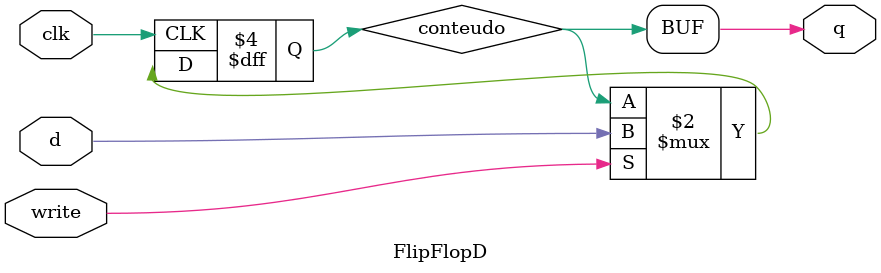
<source format=v>
module FlipFlopD(clk, write, d, q);

input clk, d, write;
output q;

reg conteudo;

always @ (posedge clk) begin
	if (write) begin // escreve so com enable
		conteudo <= d;
	end
end

assign q = conteudo;

endmodule	

</source>
